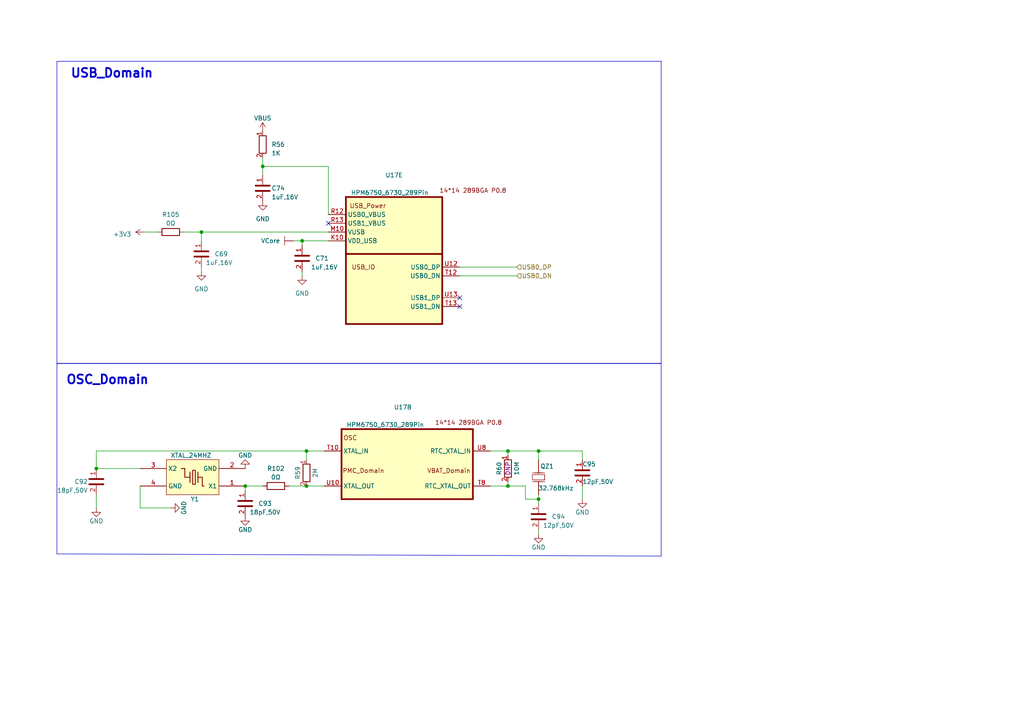
<source format=kicad_sch>
(kicad_sch (version 20230121) (generator eeschema)
  (paper "A4")
  (junction (at 156.21 130.81))
  (junction (at 156.21 144.78))
  (junction (at 88.9 130.81))
  (junction (at 147.32 130.81))
  (junction (at 87.63 69.85))
  (junction (at 71.12 140.97))
  (junction (at 88.9 140.97))
  (junction (at 76.2 48.26))
  (junction (at 58.42 67.31))
  (junction (at 27.94 135.89))
  (junction (at 147.32 140.97))
  (no_connect (at 95.25 64.77))
  (no_connect (at 133.35 86.36))
  (no_connect (at 133.35 88.9))
  (wire (pts (xy 83.82 140.97) (xy 88.9 140.97)))
  (wire (pts (xy 93.98 130.81) (xy 88.9 130.81)))
  (polyline (pts (xy 191.77 105.41) (xy 191.77 17.78)) (stroke (width 0) (type solid)))
  (polyline (pts (xy 16.51 105.41) (xy 191.77 105.41)) (stroke (width 0) (type solid)))
  (wire (pts (xy 76.2 140.97) (xy 71.12 140.97)))
  (wire (pts (xy 168.91 130.81) (xy 168.91 133.35)))
  (wire (pts (xy 87.63 78.74) (xy 87.63 80.01)))
  (wire (pts (xy 40.64 147.32) (xy 49.53 147.32)))
  (wire (pts (xy 147.32 130.81) (xy 156.21 130.81)))
  (wire (pts (xy 40.64 140.97) (xy 40.64 147.32)))
  (polyline (pts (xy 16.51 160.655) (xy 16.51 105.41)) (stroke (width 0) (type solid)))
  (wire (pts (xy 58.42 67.31) (xy 58.42 69.85)))
  (wire (pts (xy 133.35 80.01) (xy 149.86 80.01)))
  (wire (pts (xy 156.21 144.78) (xy 152.4 144.78)))
  (wire (pts (xy 156.21 130.81) (xy 168.91 130.81)))
  (wire (pts (xy 58.42 77.47) (xy 58.42 78.74)))
  (wire (pts (xy 95.25 69.85) (xy 87.63 69.85)))
  (wire (pts (xy 27.94 143.51) (xy 27.94 147.32)))
  (wire (pts (xy 71.12 140.97) (xy 71.12 142.24)))
  (wire (pts (xy 76.2 45.72) (xy 76.2 48.26)))
  (wire (pts (xy 133.35 77.47) (xy 149.86 77.47)))
  (polyline (pts (xy 16.51 105.41) (xy 191.77 105.41)) (stroke (width 0) (type solid)))
  (wire (pts (xy 156.21 143.51) (xy 156.21 144.78)))
  (wire (pts (xy 147.32 139.7) (xy 147.32 140.97)))
  (wire (pts (xy 142.24 130.81) (xy 147.32 130.81)))
  (wire (pts (xy 27.94 130.81) (xy 27.94 135.89)))
  (polyline (pts (xy 16.51 17.78) (xy 191.77 17.78)) (stroke (width 0) (type solid)))
  (wire (pts (xy 27.94 135.89) (xy 40.64 135.89)))
  (wire (pts (xy 152.4 144.78) (xy 152.4 140.97)))
  (polyline (pts (xy 191.77 105.41) (xy 191.77 160.655)) (stroke (width 0) (type solid)))
  (polyline (pts (xy 191.77 161.29) (xy 16.51 160.655)) (stroke (width 0) (type solid)))
  (wire (pts (xy 156.21 144.78) (xy 156.21 146.05)))
  (wire (pts (xy 88.9 140.97) (xy 93.98 140.97)))
  (wire (pts (xy 87.63 69.85) (xy 87.63 71.12)))
  (wire (pts (xy 147.32 140.97) (xy 152.4 140.97)))
  (wire (pts (xy 147.32 130.81) (xy 147.32 132.08)))
  (wire (pts (xy 95.25 48.26) (xy 95.25 62.23)))
  (wire (pts (xy 168.91 140.97) (xy 168.91 144.78)))
  (wire (pts (xy 76.2 48.26) (xy 95.25 48.26)))
  (wire (pts (xy 45.72 67.31) (xy 41.91 67.31)))
  (wire (pts (xy 156.21 130.81) (xy 156.21 133.35)))
  (wire (pts (xy 156.21 153.67) (xy 156.21 154.94)))
  (wire (pts (xy 88.9 130.81) (xy 27.94 130.81)))
  (polyline (pts (xy 16.51 17.78) (xy 16.51 105.41)) (stroke (width 0) (type solid)))
  (wire (pts (xy 76.2 48.26) (xy 76.2 50.8)))
  (wire (pts (xy 95.25 67.31) (xy 58.42 67.31)))
  (wire (pts (xy 88.9 130.81) (xy 88.9 133.35)))
  (wire (pts (xy 142.24 140.97) (xy 147.32 140.97)))
  (polyline (pts (xy 191.77 161.29) (xy 191.77 160.655)))
  (wire (pts (xy 85.09 69.85) (xy 87.63 69.85)))
  (wire (pts (xy 53.34 67.31) (xy 58.42 67.31)))
  (text "OSC_Domain" (at 19.05 111.76 0) (effects (font (size 2.54 2.54) (thickness 0.508) bold) (justify left bottom)))
  (text "USB_Domain" (at 20.32 22.86 0) (effects (font (size 2.54 2.54) (thickness 0.508) bold) (justify left bottom)))
  (hierarchical_label "USB0_DN" (shape input) (at 149.86 80.01 0))
  (hierarchical_label "USB0_DP" (shape input) (at 149.86 77.47 0))
  (symbol (lib_name "0Ω_1") (lib_id "02_HPM_Resis:0Ω") (at 80.01 140.97 0) (unit 1)
    (property "Reference" "R102" (at 80.01 135.89 0))
    (property "Value" "0Ω" (at 80.01 138.43 0))
    (property "Footprint" "02_HPM_Resis:R_0402_1005Metric" (effects hide))
  )
  (symbol (lib_name "4.7uF,10V_5") (lib_id "03_HPM_CAP:4.7uF,10V") (at 168.91 137.16 0) (unit 1)
    (property "Reference" "C95" (at 168.91 134.62 0) (effects (justify left)))
    (property "Value" "12pF,50V" (at 168.91 139.7 0) (effects (justify left)))
    (property "Footprint" "03_HPM_CAP:C_0402_1005Metric" (effects hide))
    (instances (project "HPM6750_ADC_EVK_RevA" (path "" (reference "C95") (unit 1)) (path "" (reference "C95") (unit 1))) (project "EVK_REVC" (path "" (reference "C24") (unit 1))))
  )
  (symbol (lib_id "power:VBUS") (at 76.2 38.1 0) (unit 1)
    (property "Reference" "#PWR037" (effects hide))
    (property "Value" "VBUS" (at 76.2 34.29 0))
    (instances (project "HPM6750_ADC_EVK_RevA" (path "" (reference "#PWR037") (unit 1)) (path "" (reference "#PWR0142") (unit 1))) (project "Four_Servo_HPM6280_MB" (path "" (reference "#PWR051") (unit 1))))
  )
  (symbol (lib_id "power:GND") (at 156.21 154.94 0) (unit 1)
    (property "Reference" "#PWR0159" (effects hide))
    (property "Value" "GND" (at 156.21 158.75 0))
    (instances (project "HPM6750_ADC_EVK_RevA" (path "" (reference "#PWR0159") (unit 1)) (path "" (reference "#PWR0158") (unit 1))) (project "EVK_REVC" (path "" (reference "#PWR0102") (unit 1))))
  )
  (symbol (lib_name "4.7uF,10V_3") (lib_id "03_HPM_CAP:4.7uF,10V") (at 27.94 139.7 0) (unit 1)
    (property "Reference" "C92" (at 21.59 139.7 0) (effects (justify left)))
    (property "Value" "18pF,50V" (at 16.51 142.24 0) (effects (justify left)))
    (property "Footprint" "03_HPM_CAP:C_0402_1005Metric" (effects hide))
    (instances (project "HPM6750_ADC_EVK_RevA" (path "" (reference "C92") (unit 1)) (path "" (reference "C92") (unit 1))) (project "EVK_REVC" (path "" (reference "C23") (unit 1))))
  )
  (symbol (lib_id "power:GND") (at 71.12 135.89 0) (mirror x) (unit 1)
    (property "Reference" "#PWR0157" (effects hide))
    (property "Value" "GND" (at 71.12 132.08 0))
    (instances (project "HPM6750_ADC_EVK_RevA" (path "" (reference "#PWR0157") (unit 1)) (path "" (reference "#PWR0156") (unit 1))) (project "EVK_REVC" (path "" (reference "#PWR0103") (unit 1))))
  )
  (symbol (lib_id "power:GND") (at 27.94 147.32 0) (unit 1)
    (property "Reference" "#PWR0156" (effects hide))
    (property "Value" "GND" (at 27.94 151.13 0))
    (instances (project "HPM6750_ADC_EVK_RevA" (path "" (reference "#PWR0156") (unit 1)) (path "" (reference "#PWR0154") (unit 1))) (project "EVK_REVC" (path "" (reference "#PWR0105") (unit 1))))
  )
  (symbol (lib_id "power:GND") (at 168.91 144.78 0) (unit 1)
    (property "Reference" "#PWR0160" (effects hide))
    (property "Value" "GND" (at 168.91 148.59 0))
    (instances (project "HPM6750_ADC_EVK_RevA" (path "" (reference "#PWR0160") (unit 1)) (path "" (reference "#PWR0159") (unit 1))) (project "EVK_REVC" (path "" (reference "#PWR0101") (unit 1))))
  )
  (symbol (lib_name "0.1uF,16V_20") (lib_id "03_HPM_CAP:0.1uF,16V") (at 76.2 54.61 0) (unit 1)
    (property "Reference" "C74" (at 78.74 54.61 0) (effects (justify left)))
    (property "Value" "1uF,16V" (at 78.74 57.15 0) (effects (justify left)))
    (property "Footprint" "03_HPM_CAP:C_0402_1005Metric" (effects hide))
    (instances (project "HPM6750_ADC_EVK_RevA" (path "" (reference "C74") (unit 1)) (path "" (reference "C74") (unit 1))) (project "EVK_REVC" (path "" (reference "C152") (unit 1))))
  )
  (symbol (lib_id "0_HPM6000_Library:HPM6750_6730_289Pin") (at 100.33 57.15 0) (unit 5)
    (property "Reference" "U17" (at 114.3 50.8 0))
    (property "Value" "HPM6750_6730_289Pin" (at 113.03 55.88 0))
    (property "Footprint" "0_HPM6000_Library:BGA-289_17x17_14.0x14.0mm" (effects hide))
  )
  (symbol (lib_name "0Ω_6") (lib_id "02_HPM_Resis:0Ω") (at 88.9 137.16 270) (unit 1)
    (property "Reference" "R59" (at 86.36 137.16 0))
    (property "Value" "2M" (at 91.44 137.16 0))
    (property "Footprint" "02_HPM_Resis:R_0402_1005Metric" (effects hide))
    (instances (project "HPM6750_ADC_EVK_RevA" (path "" (reference "R59") (unit 1)) (path "" (reference "R59") (unit 1))) (project "EVK_REVC" (path "" (reference "R5") (unit 1))))
  )
  (symbol (lib_id "power:+3V3") (at 41.91 67.31 90) (unit 1)
    (property "Reference" "#PWR049" (effects hide))
    (property "Value" "+3V3" (at 38.1 67.945 90) (effects (justify left)))
    (instances (project "HPM6750_ADC_EVK_RevA" (path "" (reference "#PWR049") (unit 1)) (path "" (reference "#PWR0137") (unit 1)) (path "" (reference "#PWR0133") (unit 1))))
  )
  (symbol (lib_name "0Ω_1") (lib_id "02_HPM_Resis:0Ω") (at 49.53 67.31 0) (unit 1)
    (property "Reference" "R105" (at 49.53 62.23 0))
    (property "Value" "0Ω" (at 49.53 64.77 0))
    (property "Footprint" "02_HPM_Resis:R_0402_1005Metric" (effects hide))
  )
  (symbol (lib_id "07_HPM_L:32.768kHz,12.5pF,±20ppm") (at 156.21 138.43 90) (unit 1)
    (property "Reference" "QZ1" (at 160.655 135.255 90) (effects (justify left)))
    (property "Value" "32.768kHz" (at 166.37 141.605 90) (effects (justify left)))
    (property "Footprint" "06_HPM_IC:3215" (effects hide))
    (property "SuppliersPartNumber" "C1669858" (effects hide))
  )
  (symbol (lib_id "power:GND") (at 71.12 149.86 0) (unit 1)
    (property "Reference" "#PWR0158" (effects hide))
    (property "Value" "GND" (at 71.12 153.67 0))
    (instances (project "HPM6750_ADC_EVK_RevA" (path "" (reference "#PWR0158") (unit 1)) (path "" (reference "#PWR0157") (unit 1))) (project "EVK_REVC" (path "" (reference "#PWR0104") (unit 1))))
  )
  (symbol (lib_id "0_HPM6000_Library:HPM6750_6730_289Pin") (at 99.06 124.46 0) (unit 2)
    (property "Reference" "U17" (at 116.84 118.11 0))
    (property "Value" "HPM6750_6730_289Pin" (at 111.76 123.19 0))
    (property "Footprint" "0_HPM6000_Library:BGA-289_17x17_14.0x14.0mm" (effects hide))
  )
  (symbol (lib_name "0.1uF,16V_13") (lib_id "03_HPM_CAP:0.1uF,16V") (at 87.63 74.93 0) (unit 1)
    (property "Reference" "C71" (at 91.44 74.93 0) (effects (justify left)))
    (property "Value" "1uF,16V" (at 90.17 77.47 0) (effects (justify left)))
    (property "Footprint" "03_HPM_CAP:C_0402_1005Metric" (effects hide))
    (instances (project "HPM6750_ADC_EVK_RevA" (path "" (reference "C71") (unit 1)) (path "" (reference "C71") (unit 1))) (project "EVK_REVC" (path "" (reference "C155") (unit 1))))
  )
  (symbol (lib_id "power:GND") (at 87.63 80.01 0) (unit 1)
    (property "Reference" "#PWR0139" (effects hide))
    (property "Value" "GND" (at 87.63 85.09 0))
    (instances (project "HPM6750_ADC_EVK_RevA" (path "" (reference "#PWR0139") (unit 1)) (path "" (reference "#PWR0139") (unit 1))) (project "EVK_REVC" (path "" (reference "#PWR0123") (unit 1))))
  )
  (symbol (lib_id "power:GND") (at 76.2 58.42 0) (unit 1)
    (property "Reference" "#PWR0143" (effects hide))
    (property "Value" "GND" (at 76.2 63.5 0))
    (instances (project "HPM6750_ADC_EVK_RevA" (path "" (reference "#PWR0143") (unit 1)) (path "" (reference "#PWR0143") (unit 1))) (project "EVK_REVC" (path "" (reference "#PWR0121") (unit 1))))
  )
  (symbol (lib_id "02_HPM_Resis:0Ω") (at 147.32 135.89 270) (unit 1)
    (property "Reference" "R60" (at 144.78 135.89 0))
    (property "Value" "10M" (at 149.86 135.89 0))
    (property "Footprint" "02_HPM_Resis:R_0402_1005Metric" (effects hide))
    (property "ASSY_OPT" "DNP" (at 147.32 135.89 0))
    (instances (project "HPM6750_ADC_EVK_RevA" (path "" (reference "R60") (unit 1)) (path "" (reference "R60") (unit 1))) (project "EVK_REVC" (path "" (reference "R6") (unit 1))))
  )
  (symbol (lib_id "03_HPM_CAP:4.7uF,10V") (at 156.21 149.86 0) (unit 1)
    (property "Reference" "C94" (at 160.02 149.86 0) (effects (justify left)))
    (property "Value" "12pF,50V" (at 157.48 152.4 0) (effects (justify left)))
    (property "Footprint" "03_HPM_CAP:C_0402_1005Metric" (effects hide))
    (instances (project "HPM6750_ADC_EVK_RevA" (path "" (reference "C94") (unit 1)) (path "" (reference "C94") (unit 1))) (project "EVK_REVC" (path "" (reference "C29") (unit 1))))
  )
  (symbol (lib_id "hpm_power:VCore") (at 85.09 69.85 90) (unit 1) (in_bom no) (on_board no)
    (property "Reference" "#PWR0153" (effects hide))
    (property "Value" "VCore" (at 81.28 69.85 90) (effects (justify left)))
    (instances (project "HPM6750_ADC_EVK_RevA" (path "" (reference "#PWR0153") (unit 1)) (path "" (reference "#PWR0138") (unit 1))))
  )
  (symbol (lib_id "power:GND") (at 58.42 78.74 0) (unit 1)
    (property "Reference" "#PWR0134" (effects hide))
    (property "Value" "GND" (at 58.42 83.82 0))
    (instances (project "HPM6750_ADC_EVK_RevA" (path "" (reference "#PWR0134") (unit 1)) (path "" (reference "#PWR0134") (unit 1))) (project "EVK_REVC" (path "" (reference "#PWR0118") (unit 1))))
  )
  (symbol (lib_name "0.1uF,16V_12") (lib_id "03_HPM_CAP:0.1uF,16V") (at 58.42 73.66 0) (unit 1)
    (property "Reference" "C69" (at 62.23 73.66 0) (effects (justify left)))
    (property "Value" "1uF,16V" (at 59.69 76.2 0) (effects (justify left)))
    (property "Footprint" "03_HPM_CAP:C_0402_1005Metric" (effects hide))
    (instances (project "HPM6750_ADC_EVK_RevA" (path "" (reference "C69") (unit 1)) (path "" (reference "C69") (unit 1))) (project "EVK_REVC" (path "" (reference "C154") (unit 1))))
  )
  (symbol (lib_id "07_HPM_L:XTAL_24MHZ ") (at 40.64 133.35 0) (unit 1)
    (property "Reference" "Y1" (at 56.515 144.78 0))
    (property "Value" "XTAL_24MHZ " (at 55.88 132.08 0))
    (property "Footprint" "Crystal:Crystal_SMD_3225-4Pin_3.2x2.5mm" (effects hide))
  )
  (symbol (lib_name "4.7uF,10V_4") (lib_id "03_HPM_CAP:4.7uF,10V") (at 71.12 146.05 0) (unit 1)
    (property "Reference" "C93" (at 74.93 146.05 0) (effects (justify left)))
    (property "Value" "18pF,50V" (at 72.39 148.59 0) (effects (justify left)))
    (property "Footprint" "03_HPM_CAP:C_0402_1005Metric" (effects hide))
    (instances (project "HPM6750_ADC_EVK_RevA" (path "" (reference "C93") (unit 1)) (path "" (reference "C93") (unit 1))) (project "EVK_REVC" (path "" (reference "C28") (unit 1))))
  )
  (symbol (lib_id "power:GND") (at 49.53 147.32 90) (unit 1)
    (property "Reference" "#PWR0156" (effects hide))
    (property "Value" "GND" (at 53.34 147.32 0))
    (instances (project "HPM6750_ADC_EVK_RevA" (path "" (reference "#PWR0156") (unit 1)) (path "" (reference "#PWR073") (unit 1))) (project "EVK_REVC" (path "" (reference "#PWR0105") (unit 1))))
  )
  (symbol (lib_name "1K_2") (lib_id "02_HPM_Resis:1K") (at 76.2 41.91 270) (unit 1)
    (property "Reference" "R56" (at 78.74 41.91 90) (effects (justify left)))
    (property "Value" "1K" (at 78.74 44.45 90) (effects (justify left)))
    (property "Footprint" "02_HPM_Resis:R_0402_1005Metric" (effects hide))
    (instances (project "HPM6750_ADC_EVK_RevA" (path "" (reference "R56") (unit 1)) (path "" (reference "R56") (unit 1))) (project "EVK_REVC" (path "" (reference "R165") (unit 1))))
  )
)
</source>
